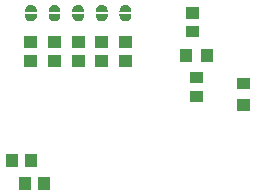
<source format=gbp>
G04 Layer: BottomPasteMaskLayer*
G04 EasyEDA v6.4.7, 2020-12-07T01:06:49--5:00*
G04 5e8349f5503448508ce6795c89dbbb90,9f54a757970e4a3cb0a7e8d24ad546a0,10*
G04 Gerber Generator version 0.2*
G04 Scale: 100 percent, Rotated: No, Reflected: No *
G04 Dimensions in millimeters *
G04 leading zeros omitted , absolute positions ,3 integer and 3 decimal *
%FSLAX33Y33*%
%MOMM*%
G90*
D02*


%LPD*%
G36*
G01X15500Y15750D02*
G01X15500Y15724D01*
G01X15502Y15699D01*
G01X15505Y15675D01*
G01X15509Y15650D01*
G01X15515Y15626D01*
G01X15522Y15602D01*
G01X15530Y15578D01*
G01X15539Y15556D01*
G01X15549Y15532D01*
G01X15560Y15510D01*
G01X15573Y15488D01*
G01X15586Y15467D01*
G01X15601Y15448D01*
G01X15616Y15429D01*
G01X15633Y15410D01*
G01X15650Y15391D01*
G01X15669Y15375D01*
G01X15688Y15358D01*
G01X15708Y15343D01*
G01X15728Y15329D01*
G01X15750Y15316D01*
G01X15771Y15304D01*
G01X15794Y15294D01*
G01X15817Y15284D01*
G01X15840Y15275D01*
G01X15864Y15269D01*
G01X15888Y15262D01*
G01X15913Y15257D01*
G01X15937Y15253D01*
G01X15962Y15250D01*
G01X15987Y15249D01*
G01X16012Y15249D01*
G01X16037Y15250D01*
G01X16062Y15253D01*
G01X16086Y15257D01*
G01X16111Y15262D01*
G01X16135Y15269D01*
G01X16159Y15275D01*
G01X16182Y15284D01*
G01X16205Y15294D01*
G01X16228Y15304D01*
G01X16250Y15316D01*
G01X16271Y15329D01*
G01X16291Y15343D01*
G01X16311Y15358D01*
G01X16330Y15375D01*
G01X16349Y15391D01*
G01X16366Y15410D01*
G01X16383Y15429D01*
G01X16398Y15448D01*
G01X16413Y15467D01*
G01X16426Y15488D01*
G01X16439Y15510D01*
G01X16450Y15532D01*
G01X16460Y15556D01*
G01X16469Y15578D01*
G01X16477Y15602D01*
G01X16484Y15626D01*
G01X16490Y15650D01*
G01X16494Y15675D01*
G01X16497Y15699D01*
G01X16499Y15724D01*
G01X16500Y15750D01*
G01X16500Y15850D01*
G01X15500Y15850D01*
G01X15500Y15750D01*
G37*
G36*
G01X16499Y16150D02*
G01X16499Y16175D01*
G01X16497Y16200D01*
G01X16494Y16224D01*
G01X16490Y16249D01*
G01X16484Y16273D01*
G01X16477Y16297D01*
G01X16469Y16321D01*
G01X16460Y16344D01*
G01X16450Y16367D01*
G01X16439Y16389D01*
G01X16426Y16411D01*
G01X16413Y16432D01*
G01X16398Y16452D01*
G01X16383Y16471D01*
G01X16366Y16490D01*
G01X16349Y16508D01*
G01X16330Y16525D01*
G01X16311Y16541D01*
G01X16291Y16556D01*
G01X16271Y16570D01*
G01X16249Y16583D01*
G01X16228Y16595D01*
G01X16205Y16606D01*
G01X16182Y16615D01*
G01X16159Y16624D01*
G01X16135Y16631D01*
G01X16111Y16637D01*
G01X16086Y16642D01*
G01X16062Y16646D01*
G01X16037Y16649D01*
G01X16012Y16650D01*
G01X15987Y16650D01*
G01X15962Y16649D01*
G01X15937Y16646D01*
G01X15913Y16642D01*
G01X15888Y16637D01*
G01X15864Y16631D01*
G01X15840Y16624D01*
G01X15817Y16615D01*
G01X15794Y16606D01*
G01X15771Y16595D01*
G01X15749Y16583D01*
G01X15728Y16570D01*
G01X15708Y16556D01*
G01X15688Y16541D01*
G01X15669Y16525D01*
G01X15650Y16508D01*
G01X15633Y16490D01*
G01X15616Y16471D01*
G01X15601Y16452D01*
G01X15586Y16432D01*
G01X15573Y16411D01*
G01X15560Y16389D01*
G01X15549Y16367D01*
G01X15539Y16344D01*
G01X15530Y16321D01*
G01X15522Y16297D01*
G01X15515Y16273D01*
G01X15509Y16249D01*
G01X15505Y16224D01*
G01X15502Y16200D01*
G01X15500Y16175D01*
G01X15500Y16150D01*
G01X15500Y16050D01*
G01X16499Y16050D01*
G01X16499Y16150D01*
G37*
G36*
G01X13499Y15750D02*
G01X13500Y15724D01*
G01X13502Y15699D01*
G01X13505Y15675D01*
G01X13509Y15650D01*
G01X13515Y15626D01*
G01X13522Y15602D01*
G01X13530Y15578D01*
G01X13539Y15556D01*
G01X13549Y15532D01*
G01X13560Y15510D01*
G01X13573Y15488D01*
G01X13586Y15467D01*
G01X13601Y15448D01*
G01X13616Y15429D01*
G01X13633Y15410D01*
G01X13650Y15391D01*
G01X13669Y15375D01*
G01X13688Y15358D01*
G01X13708Y15343D01*
G01X13728Y15329D01*
G01X13750Y15316D01*
G01X13771Y15304D01*
G01X13794Y15294D01*
G01X13817Y15284D01*
G01X13840Y15275D01*
G01X13864Y15269D01*
G01X13888Y15262D01*
G01X13913Y15257D01*
G01X13937Y15253D01*
G01X13962Y15250D01*
G01X13987Y15249D01*
G01X14012Y15249D01*
G01X14037Y15250D01*
G01X14062Y15253D01*
G01X14086Y15257D01*
G01X14111Y15262D01*
G01X14135Y15269D01*
G01X14159Y15275D01*
G01X14182Y15284D01*
G01X14205Y15294D01*
G01X14228Y15304D01*
G01X14250Y15316D01*
G01X14271Y15329D01*
G01X14291Y15343D01*
G01X14311Y15358D01*
G01X14330Y15375D01*
G01X14349Y15391D01*
G01X14366Y15410D01*
G01X14383Y15429D01*
G01X14398Y15448D01*
G01X14413Y15467D01*
G01X14426Y15488D01*
G01X14439Y15510D01*
G01X14450Y15532D01*
G01X14460Y15556D01*
G01X14469Y15578D01*
G01X14477Y15602D01*
G01X14484Y15626D01*
G01X14490Y15650D01*
G01X14494Y15675D01*
G01X14497Y15699D01*
G01X14499Y15724D01*
G01X14499Y15750D01*
G01X14499Y15850D01*
G01X13499Y15850D01*
G01X13499Y15750D01*
G37*
G36*
G01X14499Y16150D02*
G01X14499Y16175D01*
G01X14497Y16200D01*
G01X14494Y16224D01*
G01X14490Y16249D01*
G01X14484Y16273D01*
G01X14477Y16297D01*
G01X14469Y16321D01*
G01X14460Y16344D01*
G01X14450Y16367D01*
G01X14439Y16389D01*
G01X14426Y16411D01*
G01X14413Y16432D01*
G01X14398Y16452D01*
G01X14383Y16471D01*
G01X14366Y16490D01*
G01X14349Y16508D01*
G01X14330Y16525D01*
G01X14311Y16541D01*
G01X14291Y16556D01*
G01X14271Y16570D01*
G01X14249Y16583D01*
G01X14228Y16595D01*
G01X14205Y16606D01*
G01X14182Y16615D01*
G01X14159Y16624D01*
G01X14135Y16631D01*
G01X14111Y16637D01*
G01X14086Y16642D01*
G01X14062Y16646D01*
G01X14037Y16649D01*
G01X14012Y16650D01*
G01X13987Y16650D01*
G01X13962Y16649D01*
G01X13937Y16646D01*
G01X13913Y16642D01*
G01X13888Y16637D01*
G01X13864Y16631D01*
G01X13840Y16624D01*
G01X13817Y16615D01*
G01X13794Y16606D01*
G01X13771Y16595D01*
G01X13749Y16583D01*
G01X13728Y16570D01*
G01X13708Y16556D01*
G01X13688Y16541D01*
G01X13669Y16525D01*
G01X13650Y16508D01*
G01X13633Y16490D01*
G01X13616Y16471D01*
G01X13601Y16452D01*
G01X13586Y16432D01*
G01X13573Y16411D01*
G01X13560Y16389D01*
G01X13549Y16367D01*
G01X13539Y16344D01*
G01X13530Y16321D01*
G01X13522Y16297D01*
G01X13515Y16273D01*
G01X13509Y16249D01*
G01X13505Y16224D01*
G01X13502Y16200D01*
G01X13500Y16175D01*
G01X13499Y16150D01*
G01X13499Y16050D01*
G01X14499Y16050D01*
G01X14499Y16150D01*
G37*
G36*
G01X9500Y15750D02*
G01X9500Y15724D01*
G01X9502Y15699D01*
G01X9505Y15675D01*
G01X9509Y15650D01*
G01X9515Y15626D01*
G01X9522Y15602D01*
G01X9530Y15578D01*
G01X9539Y15556D01*
G01X9549Y15532D01*
G01X9560Y15510D01*
G01X9573Y15488D01*
G01X9586Y15467D01*
G01X9601Y15448D01*
G01X9616Y15429D01*
G01X9633Y15410D01*
G01X9650Y15391D01*
G01X9669Y15375D01*
G01X9688Y15358D01*
G01X9708Y15343D01*
G01X9728Y15329D01*
G01X9750Y15316D01*
G01X9771Y15304D01*
G01X9794Y15294D01*
G01X9817Y15284D01*
G01X9840Y15275D01*
G01X9864Y15269D01*
G01X9888Y15262D01*
G01X9913Y15257D01*
G01X9937Y15253D01*
G01X9962Y15250D01*
G01X9987Y15249D01*
G01X10012Y15249D01*
G01X10037Y15250D01*
G01X10062Y15253D01*
G01X10086Y15257D01*
G01X10111Y15262D01*
G01X10135Y15269D01*
G01X10159Y15275D01*
G01X10182Y15284D01*
G01X10205Y15294D01*
G01X10228Y15304D01*
G01X10250Y15316D01*
G01X10271Y15329D01*
G01X10291Y15343D01*
G01X10311Y15358D01*
G01X10330Y15375D01*
G01X10349Y15391D01*
G01X10366Y15410D01*
G01X10383Y15429D01*
G01X10398Y15448D01*
G01X10413Y15467D01*
G01X10426Y15488D01*
G01X10439Y15510D01*
G01X10450Y15532D01*
G01X10460Y15556D01*
G01X10469Y15578D01*
G01X10477Y15602D01*
G01X10484Y15626D01*
G01X10490Y15650D01*
G01X10494Y15675D01*
G01X10497Y15699D01*
G01X10499Y15724D01*
G01X10500Y15750D01*
G01X10500Y15850D01*
G01X9500Y15850D01*
G01X9500Y15750D01*
G37*
G36*
G01X10499Y16150D02*
G01X10499Y16175D01*
G01X10497Y16200D01*
G01X10494Y16224D01*
G01X10490Y16249D01*
G01X10484Y16273D01*
G01X10477Y16297D01*
G01X10469Y16321D01*
G01X10460Y16344D01*
G01X10450Y16367D01*
G01X10439Y16389D01*
G01X10426Y16411D01*
G01X10413Y16432D01*
G01X10398Y16452D01*
G01X10383Y16471D01*
G01X10366Y16490D01*
G01X10349Y16508D01*
G01X10330Y16525D01*
G01X10311Y16541D01*
G01X10291Y16556D01*
G01X10271Y16570D01*
G01X10249Y16583D01*
G01X10228Y16595D01*
G01X10205Y16606D01*
G01X10182Y16615D01*
G01X10159Y16624D01*
G01X10135Y16631D01*
G01X10111Y16637D01*
G01X10086Y16642D01*
G01X10062Y16646D01*
G01X10037Y16649D01*
G01X10012Y16650D01*
G01X9987Y16650D01*
G01X9962Y16649D01*
G01X9937Y16646D01*
G01X9913Y16642D01*
G01X9888Y16637D01*
G01X9864Y16631D01*
G01X9840Y16624D01*
G01X9817Y16615D01*
G01X9794Y16606D01*
G01X9771Y16595D01*
G01X9749Y16583D01*
G01X9728Y16570D01*
G01X9708Y16556D01*
G01X9688Y16541D01*
G01X9669Y16525D01*
G01X9650Y16508D01*
G01X9633Y16490D01*
G01X9616Y16471D01*
G01X9601Y16452D01*
G01X9586Y16432D01*
G01X9573Y16411D01*
G01X9560Y16389D01*
G01X9549Y16367D01*
G01X9539Y16344D01*
G01X9530Y16321D01*
G01X9522Y16297D01*
G01X9515Y16273D01*
G01X9509Y16249D01*
G01X9505Y16224D01*
G01X9502Y16200D01*
G01X9500Y16175D01*
G01X9500Y16150D01*
G01X9500Y16050D01*
G01X10499Y16050D01*
G01X10499Y16150D01*
G37*
G36*
G01X11500Y15750D02*
G01X11500Y15724D01*
G01X11502Y15699D01*
G01X11505Y15675D01*
G01X11509Y15650D01*
G01X11515Y15626D01*
G01X11522Y15602D01*
G01X11530Y15578D01*
G01X11539Y15556D01*
G01X11549Y15532D01*
G01X11560Y15510D01*
G01X11573Y15488D01*
G01X11586Y15467D01*
G01X11601Y15448D01*
G01X11616Y15429D01*
G01X11633Y15410D01*
G01X11650Y15391D01*
G01X11669Y15375D01*
G01X11688Y15358D01*
G01X11708Y15343D01*
G01X11728Y15329D01*
G01X11750Y15316D01*
G01X11771Y15304D01*
G01X11794Y15294D01*
G01X11817Y15284D01*
G01X11840Y15275D01*
G01X11864Y15269D01*
G01X11888Y15262D01*
G01X11913Y15257D01*
G01X11937Y15253D01*
G01X11962Y15250D01*
G01X11987Y15249D01*
G01X12012Y15249D01*
G01X12037Y15250D01*
G01X12062Y15253D01*
G01X12086Y15257D01*
G01X12111Y15262D01*
G01X12135Y15269D01*
G01X12159Y15275D01*
G01X12182Y15284D01*
G01X12205Y15294D01*
G01X12228Y15304D01*
G01X12250Y15316D01*
G01X12271Y15329D01*
G01X12291Y15343D01*
G01X12311Y15358D01*
G01X12330Y15375D01*
G01X12349Y15391D01*
G01X12366Y15410D01*
G01X12383Y15429D01*
G01X12398Y15448D01*
G01X12413Y15467D01*
G01X12426Y15488D01*
G01X12439Y15510D01*
G01X12450Y15532D01*
G01X12460Y15556D01*
G01X12469Y15578D01*
G01X12477Y15602D01*
G01X12484Y15626D01*
G01X12490Y15650D01*
G01X12494Y15675D01*
G01X12497Y15699D01*
G01X12499Y15724D01*
G01X12500Y15750D01*
G01X12500Y15850D01*
G01X11500Y15850D01*
G01X11500Y15750D01*
G37*
G36*
G01X12499Y16150D02*
G01X12499Y16175D01*
G01X12497Y16200D01*
G01X12494Y16224D01*
G01X12490Y16249D01*
G01X12484Y16273D01*
G01X12477Y16297D01*
G01X12469Y16321D01*
G01X12460Y16344D01*
G01X12450Y16367D01*
G01X12439Y16389D01*
G01X12426Y16411D01*
G01X12413Y16432D01*
G01X12398Y16452D01*
G01X12383Y16471D01*
G01X12366Y16490D01*
G01X12349Y16508D01*
G01X12330Y16525D01*
G01X12311Y16541D01*
G01X12291Y16556D01*
G01X12271Y16570D01*
G01X12249Y16583D01*
G01X12228Y16595D01*
G01X12205Y16606D01*
G01X12182Y16615D01*
G01X12159Y16624D01*
G01X12135Y16631D01*
G01X12111Y16637D01*
G01X12086Y16642D01*
G01X12062Y16646D01*
G01X12037Y16649D01*
G01X12012Y16650D01*
G01X11987Y16650D01*
G01X11962Y16649D01*
G01X11937Y16646D01*
G01X11913Y16642D01*
G01X11888Y16637D01*
G01X11864Y16631D01*
G01X11840Y16624D01*
G01X11817Y16615D01*
G01X11794Y16606D01*
G01X11771Y16595D01*
G01X11749Y16583D01*
G01X11728Y16570D01*
G01X11708Y16556D01*
G01X11688Y16541D01*
G01X11669Y16525D01*
G01X11650Y16508D01*
G01X11633Y16490D01*
G01X11616Y16471D01*
G01X11601Y16452D01*
G01X11586Y16432D01*
G01X11573Y16411D01*
G01X11560Y16389D01*
G01X11549Y16367D01*
G01X11539Y16344D01*
G01X11530Y16321D01*
G01X11522Y16297D01*
G01X11515Y16273D01*
G01X11509Y16249D01*
G01X11505Y16224D01*
G01X11502Y16200D01*
G01X11500Y16175D01*
G01X11500Y16150D01*
G01X11500Y16050D01*
G01X12499Y16050D01*
G01X12499Y16150D01*
G37*
G36*
G01X7500Y15750D02*
G01X7500Y15724D01*
G01X7502Y15699D01*
G01X7505Y15675D01*
G01X7509Y15650D01*
G01X7515Y15626D01*
G01X7522Y15602D01*
G01X7530Y15578D01*
G01X7539Y15556D01*
G01X7549Y15532D01*
G01X7560Y15510D01*
G01X7573Y15488D01*
G01X7586Y15467D01*
G01X7601Y15448D01*
G01X7616Y15429D01*
G01X7633Y15410D01*
G01X7650Y15391D01*
G01X7669Y15375D01*
G01X7688Y15358D01*
G01X7708Y15343D01*
G01X7728Y15329D01*
G01X7750Y15316D01*
G01X7771Y15304D01*
G01X7794Y15294D01*
G01X7817Y15284D01*
G01X7840Y15275D01*
G01X7864Y15269D01*
G01X7888Y15262D01*
G01X7913Y15257D01*
G01X7937Y15253D01*
G01X7962Y15250D01*
G01X7987Y15249D01*
G01X8012Y15249D01*
G01X8037Y15250D01*
G01X8062Y15253D01*
G01X8086Y15257D01*
G01X8111Y15262D01*
G01X8135Y15269D01*
G01X8159Y15275D01*
G01X8182Y15284D01*
G01X8205Y15294D01*
G01X8228Y15304D01*
G01X8250Y15316D01*
G01X8271Y15329D01*
G01X8291Y15343D01*
G01X8311Y15358D01*
G01X8330Y15375D01*
G01X8349Y15391D01*
G01X8366Y15410D01*
G01X8383Y15429D01*
G01X8398Y15448D01*
G01X8413Y15467D01*
G01X8426Y15488D01*
G01X8439Y15510D01*
G01X8450Y15532D01*
G01X8460Y15556D01*
G01X8469Y15578D01*
G01X8477Y15602D01*
G01X8484Y15626D01*
G01X8490Y15650D01*
G01X8494Y15675D01*
G01X8497Y15699D01*
G01X8499Y15724D01*
G01X8500Y15750D01*
G01X8500Y15850D01*
G01X7500Y15850D01*
G01X7500Y15750D01*
G37*
G36*
G01X8499Y16150D02*
G01X8499Y16175D01*
G01X8497Y16200D01*
G01X8494Y16224D01*
G01X8490Y16249D01*
G01X8484Y16273D01*
G01X8477Y16297D01*
G01X8469Y16321D01*
G01X8460Y16344D01*
G01X8450Y16367D01*
G01X8439Y16389D01*
G01X8426Y16411D01*
G01X8413Y16432D01*
G01X8398Y16452D01*
G01X8383Y16471D01*
G01X8366Y16490D01*
G01X8349Y16508D01*
G01X8330Y16525D01*
G01X8311Y16541D01*
G01X8291Y16556D01*
G01X8271Y16570D01*
G01X8249Y16583D01*
G01X8228Y16595D01*
G01X8205Y16606D01*
G01X8182Y16615D01*
G01X8159Y16624D01*
G01X8135Y16631D01*
G01X8111Y16637D01*
G01X8086Y16642D01*
G01X8062Y16646D01*
G01X8037Y16649D01*
G01X8012Y16650D01*
G01X7987Y16650D01*
G01X7962Y16649D01*
G01X7937Y16646D01*
G01X7913Y16642D01*
G01X7888Y16637D01*
G01X7864Y16631D01*
G01X7840Y16624D01*
G01X7817Y16615D01*
G01X7794Y16606D01*
G01X7771Y16595D01*
G01X7749Y16583D01*
G01X7728Y16570D01*
G01X7708Y16556D01*
G01X7688Y16541D01*
G01X7669Y16525D01*
G01X7650Y16508D01*
G01X7633Y16490D01*
G01X7616Y16471D01*
G01X7601Y16452D01*
G01X7586Y16432D01*
G01X7573Y16411D01*
G01X7560Y16389D01*
G01X7549Y16367D01*
G01X7539Y16344D01*
G01X7530Y16321D01*
G01X7522Y16297D01*
G01X7515Y16273D01*
G01X7509Y16249D01*
G01X7505Y16224D01*
G01X7502Y16200D01*
G01X7500Y16175D01*
G01X7500Y16150D01*
G01X7500Y16050D01*
G01X8499Y16050D01*
G01X8499Y16150D01*
G37*
G36*
G01X21449Y9399D02*
G01X21449Y8399D01*
G01X22549Y8399D01*
G01X22549Y9399D01*
G01X21449Y9399D01*
G37*
G36*
G01X21449Y10999D02*
G01X21449Y9999D01*
G01X22549Y9999D01*
G01X22549Y10999D01*
G01X21449Y10999D01*
G37*
G36*
G01X8600Y949D02*
G01X9600Y949D01*
G01X9600Y2050D01*
G01X8600Y2050D01*
G01X8600Y949D01*
G37*
G36*
G01X7000Y949D02*
G01X8000Y949D01*
G01X8000Y2050D01*
G01X7000Y2050D01*
G01X7000Y949D01*
G37*
G36*
G01X7500Y2949D02*
G01X8500Y2949D01*
G01X8500Y4050D01*
G01X7500Y4050D01*
G01X7500Y2949D01*
G37*
G36*
G01X5900Y2949D02*
G01X6900Y2949D01*
G01X6900Y4050D01*
G01X5900Y4050D01*
G01X5900Y2949D01*
G37*
G36*
G01X15449Y12399D02*
G01X15449Y11399D01*
G01X16550Y11399D01*
G01X16550Y12399D01*
G01X15449Y12399D01*
G37*
G36*
G01X15449Y13999D02*
G01X15449Y12999D01*
G01X16550Y12999D01*
G01X16550Y13999D01*
G01X15449Y13999D01*
G37*
G36*
G01X9449Y12399D02*
G01X9449Y11399D01*
G01X10550Y11399D01*
G01X10550Y12399D01*
G01X9449Y12399D01*
G37*
G36*
G01X9449Y13999D02*
G01X9449Y12999D01*
G01X10550Y12999D01*
G01X10550Y13999D01*
G01X9449Y13999D01*
G37*
G36*
G01X7449Y12399D02*
G01X7449Y11399D01*
G01X8550Y11399D01*
G01X8550Y12399D01*
G01X7449Y12399D01*
G37*
G36*
G01X7449Y13999D02*
G01X7449Y12999D01*
G01X8550Y12999D01*
G01X8550Y13999D01*
G01X7449Y13999D01*
G37*
G36*
G01X21149Y14899D02*
G01X21149Y13899D01*
G01X22250Y13899D01*
G01X22250Y14899D01*
G01X21149Y14899D01*
G37*
G36*
G01X21149Y16499D02*
G01X21149Y15499D01*
G01X22250Y15499D01*
G01X22250Y16499D01*
G01X21149Y16499D01*
G37*
G36*
G01X11449Y12399D02*
G01X11449Y11399D01*
G01X12550Y11399D01*
G01X12550Y12399D01*
G01X11449Y12399D01*
G37*
G36*
G01X11449Y13999D02*
G01X11449Y12999D01*
G01X12550Y12999D01*
G01X12550Y13999D01*
G01X11449Y13999D01*
G37*
G36*
G01X13449Y12399D02*
G01X13449Y11399D01*
G01X14550Y11399D01*
G01X14550Y12399D01*
G01X13449Y12399D01*
G37*
G36*
G01X13449Y13999D02*
G01X13449Y12999D01*
G01X14550Y12999D01*
G01X14550Y13999D01*
G01X13449Y13999D01*
G37*
G36*
G01X26550Y7699D02*
G01X26550Y8699D01*
G01X25449Y8699D01*
G01X25449Y7699D01*
G01X26550Y7699D01*
G37*
G36*
G01X26550Y9500D02*
G01X26550Y10500D01*
G01X25449Y10500D01*
G01X25449Y9500D01*
G01X26550Y9500D01*
G37*
G36*
G01X20599Y11849D02*
G01X21599Y11849D01*
G01X21599Y12949D01*
G01X20599Y12949D01*
G01X20599Y11849D01*
G37*
G36*
G01X22400Y11849D02*
G01X23400Y11849D01*
G01X23400Y12949D01*
G01X22400Y12949D01*
G01X22400Y11849D01*
G37*
M00*
M02*

</source>
